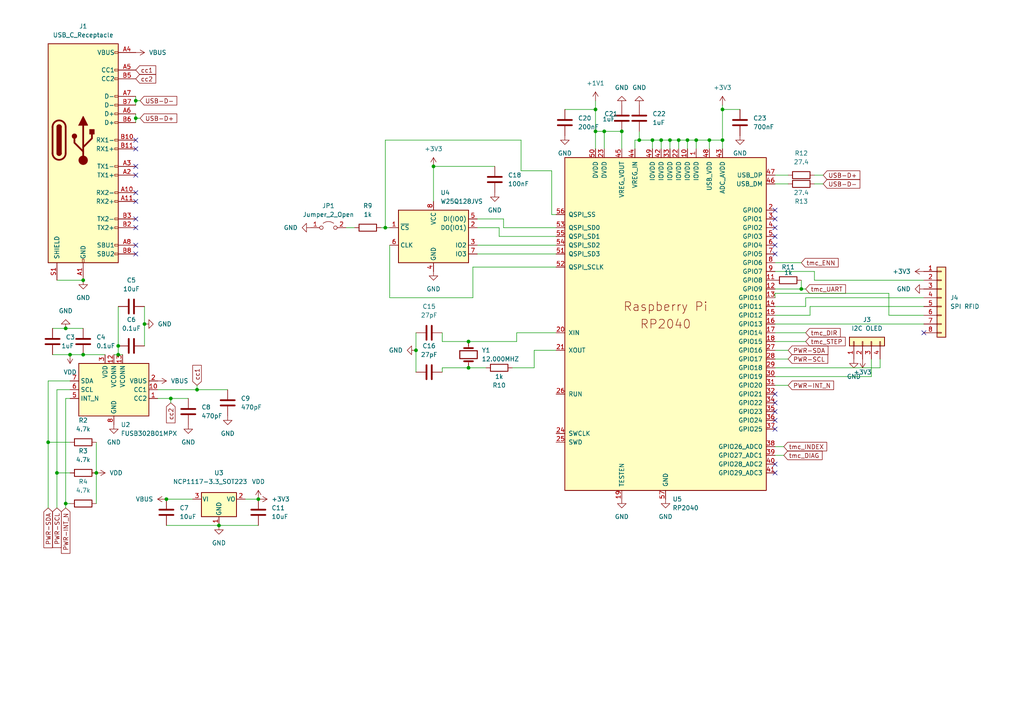
<source format=kicad_sch>
(kicad_sch (version 20211123) (generator eeschema)
  (paper "A4")
  (lib_symbols
    (symbol "Connector:USB_C_Receptacle" (pin_names (offset 1.016))
      (property "Reference" "J" (at -10.16 29.21 0))
      (property "Value" "USB_C_Receptacle" (at 10.16 29.21 0))
      (symbol "USB_C_Receptacle_1_1"
        (pin passive line (at 0 -40.64 90) (length 5.08) (name "GND") (number "A1"))
        (pin bidirectional line (at 15.24 -15.24 180) (length 5.08) (name "RX2-") (number "A10"))
        (pin bidirectional line (at 15.24 -17.78 180) (length 5.08) (name "RX2+") (number "A11"))
        (pin passive line (at 0 -40.64 90) (length 5.08) hide (name "GND") (number "A12"))
        (pin bidirectional line (at 15.24 -10.16 180) (length 5.08) (name "TX1+") (number "A2"))
        (pin bidirectional line (at 15.24 -7.62 180) (length 5.08) (name "TX1-") (number "A3"))
        (pin passive line (at 15.24 25.4 180) (length 5.08) (name "VBUS") (number "A4"))
        (pin bidirectional line (at 15.24 20.32 180) (length 5.08) (name "CC1") (number "A5"))
        (pin bidirectional line (at 15.24 7.62 180) (length 5.08) (name "D+") (number "A6"))
        (pin bidirectional line (at 15.24 12.7 180) (length 5.08) (name "D-") (number "A7"))
        (pin bidirectional line (at 15.24 -30.48 180) (length 5.08) (name "SBU1") (number "A8"))
        (pin passive line (at 15.24 25.4 180) (length 5.08) hide (name "VBUS") (number "A9"))
        (pin passive line (at 0 -40.64 90) (length 5.08) hide (name "GND") (number "B1"))
        (pin bidirectional line (at 15.24 0 180) (length 5.08) (name "RX1-") (number "B10"))
        (pin bidirectional line (at 15.24 -2.54 180) (length 5.08) (name "RX1+") (number "B11"))
        (pin passive line (at 0 -40.64 90) (length 5.08) hide (name "GND") (number "B12"))
        (pin bidirectional line (at 15.24 -25.4 180) (length 5.08) (name "TX2+") (number "B2"))
        (pin bidirectional line (at 15.24 -22.86 180) (length 5.08) (name "TX2-") (number "B3"))
        (pin passive line (at 15.24 25.4 180) (length 5.08) hide (name "VBUS") (number "B4"))
        (pin bidirectional line (at 15.24 17.78 180) (length 5.08) (name "CC2") (number "B5"))
        (pin bidirectional line (at 15.24 5.08 180) (length 5.08) (name "D+") (number "B6"))
        (pin bidirectional line (at 15.24 10.16 180) (length 5.08) (name "D-") (number "B7"))
        (pin bidirectional line (at 15.24 -33.02 180) (length 5.08) (name "SBU2") (number "B8"))
        (pin passive line (at 15.24 25.4 180) (length 5.08) hide (name "VBUS") (number "B9"))
        (pin passive line (at -7.62 -40.64 90) (length 5.08) (name "SHIELD") (number "S1"))
      )
    )
    (symbol "Connector_Generic:Conn_01x04" (pin_names (offset 1.016) hide)
      (property "Reference" "J" (at 0 5.08 0))
      (property "Value" "Conn_01x04" (at 0 -7.62 0))
      (symbol "Conn_01x04_1_1"
        (pin passive line (at -5.08 2.54 0) (length 3.81) (name "Pin_1") (number "1"))
        (pin passive line (at -5.08 0 0) (length 3.81) (name "Pin_2") (number "2"))
        (pin passive line (at -5.08 -2.54 0) (length 3.81) (name "Pin_3") (number "3"))
        (pin passive line (at -5.08 -5.08 0) (length 3.81) (name "Pin_4") (number "4"))
      )
    )
    (symbol "Connector_Generic:Conn_01x08" (pin_names (offset 1.016) hide)
      (property "Reference" "J" (at 0 10.16 0))
      (property "Value" "Conn_01x08" (at 0 -12.7 0))
      (symbol "Conn_01x08_1_1"
        (pin passive line (at -5.08 7.62 0) (length 3.81) (name "Pin_1") (number "1"))
        (pin passive line (at -5.08 5.08 0) (length 3.81) (name "Pin_2") (number "2"))
        (pin passive line (at -5.08 2.54 0) (length 3.81) (name "Pin_3") (number "3"))
        (pin passive line (at -5.08 0 0) (length 3.81) (name "Pin_4") (number "4"))
        (pin passive line (at -5.08 -2.54 0) (length 3.81) (name "Pin_5") (number "5"))
        (pin passive line (at -5.08 -5.08 0) (length 3.81) (name "Pin_6") (number "6"))
        (pin passive line (at -5.08 -7.62 0) (length 3.81) (name "Pin_7") (number "7"))
        (pin passive line (at -5.08 -10.16 0) (length 3.81) (name "Pin_8") (number "8"))
      )
    )
    (symbol "Device:C" (pin_numbers hide) (pin_names (offset 0.254))
      (property "Reference" "C" (at 0.635 2.54 0))
      (property "Value" "C" (at 0.635 -2.54 0))
      (symbol "C_1_1"
        (pin passive line (at 0 3.81 270) (length 2.794) (name "~") (number "1"))
        (pin passive line (at 0 -3.81 90) (length 2.794) (name "~") (number "2"))
      )
    )
    (symbol "Device:Crystal" (pin_numbers hide) (pin_names (offset 1.016) hide)
      (property "Reference" "Y" (at 0 3.81 0))
      (property "Value" "Crystal" (at 0 -3.81 0))
      (symbol "Crystal_1_1"
        (pin passive line (at -3.81 0 0) (length 1.27) (name "1") (number "1"))
        (pin passive line (at 3.81 0 180) (length 1.27) (name "2") (number "2"))
      )
    )
    (symbol "Device:R" (pin_numbers hide) (pin_names (offset 0))
      (property "Reference" "R" (at 2.032 0 90))
      (property "Value" "R" (at 0 0 90))
      (symbol "R_1_1"
        (pin passive line (at 0 3.81 270) (length 1.27) (name "~") (number "1"))
        (pin passive line (at 0 -3.81 90) (length 1.27) (name "~") (number "2"))
      )
    )
    (symbol "Interface_USB:FUSB302B01MPX"
      (property "Reference" "U" (at -10.16 8.89 0))
      (property "Value" "FUSB302B01MPX" (at 3.81 8.89 0))
      (symbol "FUSB302B01MPX_1_1"
        (pin bidirectional line (at 12.7 -2.54 180) (length 2.54) (name "CC2") (number "1"))
        (pin bidirectional line (at 12.7 0 180) (length 2.54) (name "CC1") (number "10"))
        (pin bidirectional line (at 12.7 0 180) (length 2.54) hide (name "CC1") (number "11"))
        (pin power_in line (at 0 10.16 270) (length 2.54) (name "VCONN") (number "12"))
        (pin power_in line (at 2.54 10.16 270) (length 2.54) (name "VCONN") (number "13"))
        (pin bidirectional line (at 12.7 -2.54 180) (length 2.54) hide (name "CC2") (number "14"))
        (pin passive line (at 0 -10.16 90) (length 2.54) hide (name "GND") (number "15"))
        (pin input line (at 12.7 2.54 180) (length 2.54) (name "VBUS") (number "2"))
        (pin power_in line (at -2.54 10.16 270) (length 2.54) (name "VDD") (number "3"))
        (pin passive line (at -2.54 10.16 270) (length 2.54) hide (name "VDD") (number "4"))
        (pin open_collector line (at -12.7 -2.54 0) (length 2.54) (name "INT_N") (number "5"))
        (pin input line (at -12.7 0 0) (length 2.54) (name "SCL") (number "6"))
        (pin bidirectional line (at -12.7 2.54 0) (length 2.54) (name "SDA") (number "7"))
        (pin power_in line (at 0 -10.16 90) (length 2.54) (name "GND") (number "8"))
        (pin passive line (at 0 -10.16 90) (length 2.54) hide (name "GND") (number "9"))
      )
    )
    (symbol "Jumper:Jumper_2_Open" (pin_names (offset 0) hide)
      (property "Reference" "JP" (at 0 2.794 0))
      (property "Value" "Jumper_2_Open" (at 0 -2.286 0))
      (symbol "Jumper_2_Open_1_1"
        (pin passive line (at -5.08 0 0) (length 2.54) (name "A") (number "1"))
        (pin passive line (at 5.08 0 180) (length 2.54) (name "B") (number "2"))
      )
    )
    (symbol "MCU_RaspberryPi_and_Boards:RP2040" (pin_names (offset 1.016))
      (property "Reference" "U" (at -29.21 49.53 0))
      (property "Value" "RP2040" (at 24.13 -49.53 0))
      (symbol "RP2040_0_0"
        (text "Raspberry Pi" (at 0 5.08 0) (effects (font (size 2.54 2.54))))
        (text "RP2040" (at 0 0 0) (effects (font (size 2.54 2.54))))
      )
      (symbol "RP2040_1_1"
        (pin power_in line (at 8.89 50.8 270) (length 2.54) (name "IOVDD") (number "1"))
        (pin power_in line (at 6.35 50.8 270) (length 2.54) (name "IOVDD") (number "10"))
        (pin bidirectional line (at 31.75 12.7 180) (length 2.54) (name "GPIO8") (number "11"))
        (pin bidirectional line (at 31.75 10.16 180) (length 2.54) (name "GPIO9") (number "12"))
        (pin bidirectional line (at 31.75 7.62 180) (length 2.54) (name "GPIO10") (number "13"))
        (pin bidirectional line (at 31.75 5.08 180) (length 2.54) (name "GPIO11") (number "14"))
        (pin bidirectional line (at 31.75 2.54 180) (length 2.54) (name "GPIO12") (number "15"))
        (pin bidirectional line (at 31.75 0 180) (length 2.54) (name "GPIO13") (number "16"))
        (pin bidirectional line (at 31.75 -2.54 180) (length 2.54) (name "GPIO14") (number "17"))
        (pin bidirectional line (at 31.75 -5.08 180) (length 2.54) (name "GPIO15") (number "18"))
        (pin passive line (at -12.7 -50.8 90) (length 2.54) (name "TESTEN") (number "19"))
        (pin bidirectional line (at 31.75 33.02 180) (length 2.54) (name "GPIO0") (number "2"))
        (pin input line (at -31.75 -2.54 0) (length 2.54) (name "XIN") (number "20"))
        (pin passive line (at -31.75 -7.62 0) (length 2.54) (name "XOUT") (number "21"))
        (pin power_in line (at 3.81 50.8 270) (length 2.54) (name "IOVDD") (number "22"))
        (pin power_in line (at -17.78 50.8 270) (length 2.54) (name "DVDD") (number "23"))
        (pin output line (at -31.75 -31.75 0) (length 2.54) (name "SWCLK") (number "24"))
        (pin bidirectional line (at -31.75 -34.29 0) (length 2.54) (name "SWD") (number "25"))
        (pin input line (at -31.75 -20.32 0) (length 2.54) (name "RUN") (number "26"))
        (pin bidirectional line (at 31.75 -7.62 180) (length 2.54) (name "GPIO16") (number "27"))
        (pin bidirectional line (at 31.75 -10.16 180) (length 2.54) (name "GPIO17") (number "28"))
        (pin bidirectional line (at 31.75 -12.7 180) (length 2.54) (name "GPIO18") (number "29"))
        (pin bidirectional line (at 31.75 30.48 180) (length 2.54) (name "GPIO1") (number "3"))
        (pin bidirectional line (at 31.75 -15.24 180) (length 2.54) (name "GPIO19") (number "30"))
        (pin bidirectional line (at 31.75 -17.78 180) (length 2.54) (name "GPIO20") (number "31"))
        (pin bidirectional line (at 31.75 -20.32 180) (length 2.54) (name "GPIO21") (number "32"))
        (pin power_in line (at 1.27 50.8 270) (length 2.54) (name "IOVDD") (number "33"))
        (pin bidirectional line (at 31.75 -22.86 180) (length 2.54) (name "GPIO22") (number "34"))
        (pin bidirectional line (at 31.75 -25.4 180) (length 2.54) (name "GPIO23") (number "35"))
        (pin bidirectional line (at 31.75 -27.94 180) (length 2.54) (name "GPIO24") (number "36"))
        (pin bidirectional line (at 31.75 -30.48 180) (length 2.54) (name "GPIO25") (number "37"))
        (pin bidirectional line (at 31.75 -35.56 180) (length 2.54) (name "GPIO26_ADC0") (number "38"))
        (pin bidirectional line (at 31.75 -38.1 180) (length 2.54) (name "GPIO27_ADC1") (number "39"))
        (pin bidirectional line (at 31.75 27.94 180) (length 2.54) (name "GPIO2") (number "4"))
        (pin bidirectional line (at 31.75 -40.64 180) (length 2.54) (name "GPIO28_ADC2") (number "40"))
        (pin bidirectional line (at 31.75 -43.18 180) (length 2.54) (name "GPIO29_ADC3") (number "41"))
        (pin power_in line (at -1.27 50.8 270) (length 2.54) (name "IOVDD") (number "42"))
        (pin power_in line (at 16.51 50.8 270) (length 2.54) (name "ADC_AVDD") (number "43"))
        (pin power_in line (at -8.89 50.8 270) (length 2.54) (name "VREG_IN") (number "44"))
        (pin power_out line (at -12.7 50.8 270) (length 2.54) (name "VREG_VOUT") (number "45"))
        (pin bidirectional line (at 31.75 40.64 180) (length 2.54) (name "USB_DM") (number "46"))
        (pin bidirectional line (at 31.75 43.18 180) (length 2.54) (name "USB_DP") (number "47"))
        (pin power_in line (at 12.7 50.8 270) (length 2.54) (name "USB_VDD") (number "48"))
        (pin power_in line (at -3.81 50.8 270) (length 2.54) (name "IOVDD") (number "49"))
        (pin bidirectional line (at 31.75 25.4 180) (length 2.54) (name "GPIO3") (number "5"))
        (pin power_in line (at -20.32 50.8 270) (length 2.54) (name "DVDD") (number "50"))
        (pin bidirectional line (at -31.75 20.32 0) (length 2.54) (name "QSPI_SD3") (number "51"))
        (pin output line (at -31.75 16.51 0) (length 2.54) (name "QSPI_SCLK") (number "52"))
        (pin bidirectional line (at -31.75 27.94 0) (length 2.54) (name "QSPI_SD0") (number "53"))
        (pin bidirectional line (at -31.75 22.86 0) (length 2.54) (name "QSPI_SD2") (number "54"))
        (pin bidirectional line (at -31.75 25.4 0) (length 2.54) (name "QSPI_SD1") (number "55"))
        (pin bidirectional line (at -31.75 31.75 0) (length 2.54) (name "QSPI_SS") (number "56"))
        (pin power_in line (at 0 -50.8 90) (length 2.54) (name "GND") (number "57"))
        (pin bidirectional line (at 31.75 22.86 180) (length 2.54) (name "GPIO4") (number "6"))
        (pin bidirectional line (at 31.75 20.32 180) (length 2.54) (name "GPIO5") (number "7"))
        (pin bidirectional line (at 31.75 17.78 180) (length 2.54) (name "GPIO6") (number "8"))
        (pin bidirectional line (at 31.75 15.24 180) (length 2.54) (name "GPIO7") (number "9"))
      )
    )
    (symbol "Memory_Flash:W25Q128JVS"
      (property "Reference" "U" (at -8.89 8.89 0))
      (property "Value" "W25Q128JVS" (at 7.62 8.89 0))
      (symbol "W25Q128JVS_1_1"
        (pin input line (at -12.7 2.54 0) (length 2.54) (name "~{CS}") (number "1"))
        (pin bidirectional line (at 12.7 2.54 180) (length 2.54) (name "DO(IO1)") (number "2"))
        (pin bidirectional line (at 12.7 -2.54 180) (length 2.54) (name "IO2") (number "3"))
        (pin power_in line (at 0 -10.16 90) (length 2.54) (name "GND") (number "4"))
        (pin bidirectional line (at 12.7 5.08 180) (length 2.54) (name "DI(IO0)") (number "5"))
        (pin input line (at -12.7 -2.54 0) (length 2.54) (name "CLK") (number "6"))
        (pin bidirectional line (at 12.7 -5.08 180) (length 2.54) (name "IO3") (number "7"))
        (pin power_in line (at 0 10.16 270) (length 2.54) (name "VCC") (number "8"))
      )
    )
    (symbol "Regulator_Linear:NCP1117-3.3_SOT223" (pin_names (offset 0.254))
      (property "Reference" "U" (at -3.81 3.175 0))
      (property "Value" "NCP1117-3.3_SOT223" (at 0 3.175 0))
      (symbol "NCP1117-3.3_SOT223_1_1"
        (pin power_in line (at 0 -7.62 90) (length 2.54) (name "GND") (number "1"))
        (pin power_out line (at 7.62 0 180) (length 2.54) (name "VO") (number "2"))
        (pin power_in line (at -7.62 0 0) (length 2.54) (name "VI") (number "3"))
      )
    )
    (symbol "power:+1V1" (power) (pin_names (offset 0))
      (property "Value" "+1V1" (at 0 3.556 0))
      (symbol "+1V1_1_1"
        (pin power_in line (at 0 0 90) (length 0) hide (name "+1V1") (number "1"))
      )
    )
    (symbol "power:+3.3V" (power) (pin_names (offset 0))
      (property "Value" "+3.3V" (at 0 3.556 0))
      (symbol "+3.3V_1_1"
        (pin power_in line (at 0 0 90) (length 0) hide (name "+3V3") (number "1"))
      )
    )
    (symbol "power:GND" (power) (pin_names (offset 0))
      (property "Value" "GND" (at 0 -3.81 0))
      (symbol "GND_1_1"
        (pin power_in line (at 0 0 270) (length 0) hide (name "GND") (number "1"))
      )
    )
    (symbol "power:VBUS" (power) (pin_names (offset 0))
      (property "Value" "VBUS" (at 0 3.81 0))
      (symbol "VBUS_1_1"
        (pin power_in line (at 0 0 90) (length 0) hide (name "VBUS") (number "1"))
      )
    )
    (symbol "power:VDD" (power) (pin_names (offset 0))
      (property "Value" "VDD" (at 0 3.81 0))
      (symbol "VDD_1_1"
        (pin power_in line (at 0 0 90) (length 0) hide (name "VDD") (number "1"))
      )
    )
    (symbol "tmc2209:TMC2209" (pin_names (offset 0.254))
      (property "Reference" "U" (at 25.4 10.16 0))
      (property "Value" "TMC2209" (at 25.4 7.62 0))
      (symbol "TMC2209_1_1"
        (pin output line (at 0 0 0) (length 7.62) (name "OB2") (number "1"))
        (pin input line (at 0 -22.86 0) (length 7.62) (name "MS2_AD1") (number "10"))
        (pin output line (at 0 -25.4 0) (length 7.62) (name "DIAG") (number "11"))
        (pin output line (at 0 -27.94 0) (length 7.62) (name "INDEX") (number "12"))
        (pin input line (at 0 -30.48 0) (length 7.62) (name "CLK") (number "13"))
        (pin bidirectional line (at 0 -33.02 0) (length 7.62) (name "PDN_UART") (number "14"))
        (pin power_in line (at 50.8 -35.56 180) (length 7.62) (name "VCC_IO") (number "15"))
        (pin input line (at 50.8 -33.02 180) (length 7.62) (name "STEP") (number "16"))
        (pin unspecified line (at 50.8 -30.48 180) (length 7.62) (name "VREF") (number "17"))
        (pin input line (at 50.8 -27.94 180) (length 7.62) (name "GND") (number "18"))
        (pin input line (at 50.8 -25.4 180) (length 7.62) (name "DIR") (number "19"))
        (pin input line (at 0 -2.54 0) (length 7.62) (name "ENN") (number "2"))
        (pin power_in line (at 50.8 -22.86 180) (length 7.62) (name "STDBY") (number "20"))
        (pin output line (at 50.8 -20.32 180) (length 7.62) (name "OA2") (number "21"))
        (pin power_in line (at 50.8 -17.78 180) (length 7.62) (name "VS") (number "22"))
        (pin unspecified line (at 50.8 -15.24 180) (length 7.62) (name "BRA") (number "23"))
        (pin output line (at 50.8 -12.7 180) (length 7.62) (name "OA1") (number "24"))
        (pin no_connect line (at 50.8 -10.16 180) (length 7.62) (name "NC") (number "25"))
        (pin output line (at 50.8 -7.62 180) (length 7.62) (name "OB1") (number "26"))
        (pin unspecified line (at 50.8 -5.08 180) (length 7.62) (name "BRB") (number "27"))
        (pin power_in line (at 50.8 -2.54 180) (length 7.62) (name "VS") (number "28"))
        (pin power_in line (at 50.8 0 180) (length 7.62) (name "GND") (number "29"))
        (pin power_in line (at 0 -5.08 0) (length 7.62) (name "GND") (number "3"))
        (pin output line (at 0 -7.62 0) (length 7.62) (name "CPO") (number "4"))
        (pin input line (at 0 -10.16 0) (length 7.62) (name "CPI") (number "5"))
        (pin power_in line (at 0 -12.7 0) (length 7.62) (name "VCP") (number "6"))
        (pin input line (at 0 -15.24 0) (length 7.62) (name "SPREAD") (number "7"))
        (pin output line (at 0 -17.78 0) (length 7.62) (name "5VOUT") (number "8"))
        (pin input line (at 0 -20.32 0) (length 7.62) (name "MS1_AD0") (number "9"))
      )
    )
  )
  (junction (at 19.05 95.25))
  (junction (at 135.89 106.68))
  (junction (at 39.37 29.21))
  (junction (at 13.97 128.27))
  (junction (at 76.2 254))
  (junction (at 209.55 40.64))
  (junction (at 196.85 40.64))
  (junction (at 24.13 102.87))
  (junction (at 191.77 40.64))
  (junction (at 232.41 83.82))
  (junction (at 189.23 40.64))
  (junction (at 39.37 34.29))
  (junction (at 199.39 40.64))
  (junction (at 194.31 40.64))
  (junction (at 20.32 102.87))
  (junction (at 34.29 100.33))
  (junction (at 80.01 274.32))
  (junction (at 34.29 102.87))
  (junction (at 135.89 99.06))
  (junction (at 175.26 38.1))
  (junction (at 24.13 81.28))
  (junction (at 209.55 31.75))
  (junction (at 185.42 40.64))
  (junction (at 64.77 292.1))
  (junction (at -6.35 246.38))
  (junction (at 49.53 115.57))
  (junction (at 41.91 93.98))
  (junction (at 74.93 144.78))
  (junction (at 205.74 40.64))
  (junction (at 99.06 254))
  (junction (at 48.26 144.78))
  (junction (at 27.94 137.16))
  (junction (at 180.34 38.1))
  (junction (at 16.51 137.16))
  (junction (at 63.5 152.4))
  (junction (at 57.15 113.03))
  (junction (at 201.93 40.64))
  (junction (at 172.72 38.1))
  (junction (at 120.65 101.6))
  (junction (at 125.73 48.26))
  (junction (at 19.05 146.05))
  (junction (at 172.72 31.75))
  (junction (at 111.76 66.04))
  (no_connect (at 224.79 73.66))
  (no_connect (at 224.79 116.84))
  (no_connect (at 224.79 114.3))
  (no_connect (at 224.79 137.16))
  (no_connect (at 224.79 119.38))
  (no_connect (at 224.79 121.92))
  (no_connect (at 224.79 124.46))
  (no_connect (at 224.79 134.62))
  (no_connect (at 224.79 60.96))
  (no_connect (at 224.79 63.5))
  (no_connect (at 224.79 66.04))
  (no_connect (at 224.79 68.58))
  (no_connect (at 224.79 71.12))
  (no_connect (at 39.37 73.66))
  (no_connect (at 39.37 71.12))
  (no_connect (at 13.97 259.08))
  (no_connect (at 39.37 66.04))
  (no_connect (at 39.37 63.5))
  (no_connect (at 39.37 58.42))
  (no_connect (at 39.37 55.88))
  (no_connect (at 39.37 50.8))
  (no_connect (at 39.37 48.26))
  (no_connect (at 39.37 43.18))
  (no_connect (at 39.37 40.64))
  (no_connect (at 267.97 96.52))
  (wire (pts (xy 13.97 213.36) (xy 48.26 213.36)))
  (wire (pts (xy 146.05 63.5) (xy 138.43 63.5)))
  (wire (pts (xy 0 234.95) (xy 0 256.54)))
  (wire (pts (xy 64.77 261.62) (xy 76.2 261.62)))
  (wire (pts (xy 39.37 229.87) (xy 39.37 227.33)))
  (wire (pts (xy 205.74 40.64) (xy 205.74 43.18)))
  (wire (pts (xy 73.66 254) (xy 76.2 254)))
  (wire (pts (xy 224.79 132.08) (xy 227.33 132.08)))
  (wire (pts (xy 149.86 96.52) (xy 161.29 96.52)))
  (wire (pts (xy 20.32 113.03) (xy 16.51 113.03)))
  (wire (pts (xy 257.81 85.09) (xy 224.79 85.09)))
  (wire (pts (xy 185.42 40.64) (xy 185.42 38.1)))
  (wire (pts (xy 8.89 259.08) (xy 11.43 259.08)))
  (wire (pts (xy 267.97 91.44) (xy 257.81 91.44)))
  (wire (pts (xy 234.95 91.44) (xy 224.79 91.44)))
  (wire (pts (xy 39.37 27.94) (xy 39.37 29.21)))
  (wire (pts (xy 163.83 31.75) (xy 172.72 31.75)))
  (wire (pts (xy 72.39 229.87) (xy 39.37 229.87)))
  (wire (pts (xy 0 256.54) (xy 13.97 256.54)))
  (wire (pts (xy 64.77 251.46) (xy 71.12 251.46)))
  (wire (pts (xy 128.27 107.95) (xy 128.27 106.68)))
  (wire (pts (xy 71.12 251.46) (xy 71.12 231.14)))
  (wire (pts (xy 33.02 102.87) (xy 34.29 102.87)))
  (wire (pts (xy 73.66 246.38) (xy 64.77 246.38)))
  (wire (pts (xy 99.06 246.38) (xy 99.06 234.95)))
  (wire (pts (xy 144.78 68.58) (xy 161.29 68.58)))
  (wire (pts (xy 15.24 95.25) (xy 19.05 95.25)))
  (wire (pts (xy 24.13 102.87) (xy 30.48 102.87)))
  (wire (pts (xy 48.26 144.78) (xy 55.88 144.78)))
  (wire (pts (xy 16.51 113.03) (xy 16.51 137.16)))
  (wire (pts (xy 185.42 40.64) (xy 189.23 40.64)))
  (wire (pts (xy 233.68 86.36) (xy 233.68 88.9)))
  (wire (pts (xy 48.26 227.33) (xy 44.45 227.33)))
  (wire (pts (xy 189.23 40.64) (xy 191.77 40.64)))
  (wire (pts (xy 252.73 104.14) (xy 252.73 109.22)))
  (wire (pts (xy 224.79 96.52) (xy 233.68 96.52)))
  (wire (pts (xy 13.97 128.27) (xy 13.97 147.32)))
  (wire (pts (xy 267.97 81.28) (xy 236.22 81.28)))
  (wire (pts (xy 41.91 228.6) (xy 41.91 227.33)))
  (wire (pts (xy 74.93 264.16) (xy 74.93 228.6)))
  (wire (pts (xy 224.79 104.14) (xy 228.6 104.14)))
  (wire (pts (xy 175.26 38.1) (xy 172.72 38.1)))
  (wire (pts (xy 146.05 66.04) (xy 146.05 63.5)))
  (wire (pts (xy 255.27 106.68) (xy 255.27 104.14)))
  (wire (pts (xy 224.79 101.6) (xy 228.6 101.6)))
  (wire (pts (xy 72.39 256.54) (xy 72.39 229.87)))
  (wire (pts (xy 201.93 40.64) (xy 201.93 43.18)))
  (wire (pts (xy 160.02 62.23) (xy 161.29 62.23)))
  (wire (pts (xy 20.32 102.87) (xy 24.13 102.87)))
  (wire (pts (xy 120.65 101.6) (xy 120.65 107.95)))
  (wire (pts (xy 224.79 76.2) (xy 232.41 76.2)))
  (wire (pts (xy 148.59 106.68) (xy 154.94 106.68)))
  (wire (pts (xy 135.89 99.06) (xy 128.27 99.06)))
  (wire (pts (xy 34.29 100.33) (xy 34.29 102.87)))
  (wire (pts (xy 19.05 95.25) (xy 24.13 95.25)))
  (wire (pts (xy 135.89 99.06) (xy 149.86 99.06)))
  (wire (pts (xy 64.77 279.4) (xy 64.77 292.1)))
  (wire (pts (xy 224.79 50.8) (xy 228.6 50.8)))
  (wire (pts (xy 252.73 109.22) (xy 224.79 109.22)))
  (wire (pts (xy 20.32 110.49) (xy 13.97 110.49)))
  (wire (pts (xy 36.83 231.14) (xy 36.83 227.33)))
  (wire (pts (xy 224.79 111.76) (xy 228.6 111.76)))
  (wire (pts (xy 194.31 40.64) (xy 196.85 40.64)))
  (wire (pts (xy -6.35 245.11) (xy -6.35 246.38)))
  (wire (pts (xy 16.51 137.16) (xy 20.32 137.16)))
  (wire (pts (xy 199.39 40.64) (xy 201.93 40.64)))
  (wire (pts (xy 13.97 110.49) (xy 13.97 128.27)))
  (wire (pts (xy 172.72 38.1) (xy 172.72 43.18)))
  (wire (pts (xy 113.03 86.36) (xy 113.03 71.12)))
  (wire (pts (xy 11.43 259.08) (xy 11.43 254)))
  (wire (pts (xy 57.15 111.76) (xy 57.15 113.03)))
  (wire (pts (xy 196.85 40.64) (xy 196.85 43.18)))
  (wire (pts (xy 234.95 88.9) (xy 234.95 91.44)))
  (wire (pts (xy 64.77 292.1) (xy 64.77 295.91)))
  (wire (pts (xy 236.22 81.28) (xy 236.22 78.74)))
  (wire (pts (xy 205.74 40.64) (xy 209.55 40.64)))
  (wire (pts (xy 160.02 49.53) (xy 160.02 62.23)))
  (wire (pts (xy 39.37 33.02) (xy 39.37 34.29)))
  (wire (pts (xy 224.79 129.54) (xy 227.33 129.54)))
  (wire (pts (xy 154.94 101.6) (xy 161.29 101.6)))
  (wire (pts (xy 45.72 115.57) (xy 49.53 115.57)))
  (wire (pts (xy 48.26 213.36) (xy 48.26 227.33)))
  (wire (pts (xy 19.05 146.05) (xy 20.32 146.05)))
  (wire (pts (xy 16.51 137.16) (xy 16.51 147.32)))
  (wire (pts (xy 19.05 115.57) (xy 20.32 115.57)))
  (wire (pts (xy 73.66 254) (xy 73.66 246.38)))
  (wire (pts (xy 149.86 99.06) (xy 149.86 96.52)))
  (wire (pts (xy 128.27 106.68) (xy 135.89 106.68)))
  (wire (pts (xy 137.16 86.36) (xy 113.03 86.36)))
  (wire (pts (xy 224.79 106.68) (xy 255.27 106.68)))
  (wire (pts (xy 19.05 146.05) (xy 19.05 147.32)))
  (wire (pts (xy 100.33 66.04) (xy 102.87 66.04)))
  (wire (pts (xy 236.22 50.8) (xy 238.76 50.8)))
  (wire (pts (xy 209.55 40.64) (xy 209.55 43.18)))
  (wire (pts (xy 76.2 261.62) (xy 76.2 254)))
  (wire (pts (xy 175.26 38.1) (xy 175.26 43.18)))
  (wire (pts (xy 63.5 152.4) (xy 74.93 152.4)))
  (wire (pts (xy 161.29 66.04) (xy 146.05 66.04)))
  (wire (pts (xy 172.72 29.21) (xy 172.72 31.75)))
  (wire (pts (xy 196.85 40.64) (xy 199.39 40.64)))
  (wire (pts (xy 15.24 102.87) (xy 20.32 102.87)))
  (wire (pts (xy 138.43 66.04) (xy 144.78 66.04)))
  (wire (pts (xy 13.97 243.84) (xy 13.97 213.36)))
  (wire (pts (xy 138.43 73.66) (xy 161.29 73.66)))
  (wire (pts (xy 71.12 231.14) (xy 36.83 231.14)))
  (wire (pts (xy 209.55 30.48) (xy 209.55 31.75)))
  (wire (pts (xy 27.94 137.16) (xy 27.94 146.05)))
  (wire (pts (xy 57.15 113.03) (xy 66.04 113.03)))
  (wire (pts (xy 34.29 88.9) (xy 34.29 100.33)))
  (wire (pts (xy 8.89 251.46) (xy 13.97 251.46)))
  (wire (pts (xy 236.22 53.34) (xy 238.76 53.34)))
  (wire (pts (xy 184.15 43.18) (xy 184.15 40.64)))
  (wire (pts (xy 76.2 254) (xy 99.06 254)))
  (wire (pts (xy 64.77 274.32) (xy 80.01 274.32)))
  (wire (pts (xy 180.34 43.18) (xy 180.34 38.1)))
  (wire (pts (xy 224.79 83.82) (xy 232.41 83.82)))
  (wire (pts (xy 39.37 29.21) (xy 39.37 30.48)))
  (wire (pts (xy 209.55 31.75) (xy 214.63 31.75)))
  (wire (pts (xy 138.43 71.12) (xy 161.29 71.12)))
  (wire (pts (xy 39.37 34.29) (xy 40.64 34.29)))
  (wire (pts (xy 135.89 106.68) (xy 140.97 106.68)))
  (wire (pts (xy 137.16 77.47) (xy 137.16 86.36)))
  (wire (pts (xy 191.77 40.64) (xy 191.77 43.18)))
  (wire (pts (xy 74.93 228.6) (xy 41.91 228.6)))
  (wire (pts (xy 13.97 128.27) (xy 20.32 128.27)))
  (wire (pts (xy 209.55 31.75) (xy 209.55 40.64)))
  (wire (pts (xy 16.51 81.28) (xy 24.13 81.28)))
  (wire (pts (xy 41.91 93.98) (xy 41.91 100.33)))
  (wire (pts (xy 99.06 234.95) (xy 0 234.95)))
  (wire (pts (xy 125.73 48.26) (xy 125.73 58.42)))
  (wire (pts (xy 39.37 29.21) (xy 40.64 29.21)))
  (wire (pts (xy 224.79 99.06) (xy 233.68 99.06)))
  (wire (pts (xy 34.29 102.87) (xy 35.56 102.87)))
  (wire (pts (xy 151.13 40.64) (xy 151.13 49.53)))
  (wire (pts (xy 224.79 53.34) (xy 228.6 53.34)))
  (wire (pts (xy 110.49 66.04) (xy 111.76 66.04)))
  (wire (pts (xy 128.27 99.06) (xy 128.27 96.52)))
  (wire (pts (xy 111.76 40.64) (xy 151.13 40.64)))
  (wire (pts (xy -1.27 261.62) (xy 13.97 261.62)))
  (wire (pts (xy -6.35 246.38) (xy 13.97 246.38)))
  (wire (pts (xy 201.93 40.64) (xy 205.74 40.64)))
  (wire (pts (xy 125.73 48.26) (xy 143.51 48.26)))
  (wire (pts (xy 189.23 40.64) (xy 189.23 43.18)))
  (wire (pts (xy 233.68 88.9) (xy 224.79 88.9)))
  (wire (pts (xy 224.79 85.09) (xy 224.79 86.36)))
  (wire (pts (xy 267.97 86.36) (xy 233.68 86.36)))
  (wire (pts (xy 27.94 128.27) (xy 27.94 137.16)))
  (wire (pts (xy 151.13 49.53) (xy 160.02 49.53)))
  (wire (pts (xy 184.15 40.64) (xy 185.42 40.64)))
  (wire (pts (xy 194.31 40.64) (xy 194.31 43.18)))
  (wire (pts (xy 111.76 40.64) (xy 111.76 66.04)))
  (wire (pts (xy 41.91 88.9) (xy 41.91 93.98)))
  (wire (pts (xy 224.79 93.98) (xy 267.97 93.98)))
  (wire (pts (xy 64.77 248.92) (xy 76.2 248.92)))
  (wire (pts (xy 48.26 152.4) (xy 63.5 152.4)))
  (wire (pts (xy 120.65 96.52) (xy 120.65 101.6)))
  (wire (pts (xy 154.94 106.68) (xy 154.94 101.6)))
  (wire (pts (xy 111.76 66.04) (xy 113.03 66.04)))
  (wire (pts (xy 64.77 256.54) (xy 72.39 256.54)))
  (wire (pts (xy 161.29 77.47) (xy 137.16 77.47)))
  (wire (pts (xy -7.62 246.38) (xy -6.35 246.38)))
  (wire (pts (xy 45.72 113.03) (xy 57.15 113.03)))
  (wire (pts (xy 257.81 91.44) (xy 257.81 85.09)))
  (wire (pts (xy 172.72 31.75) (xy 172.72 38.1)))
  (wire (pts (xy 49.53 115.57) (xy 49.53 116.84)))
  (wire (pts (xy 232.41 81.28) (xy 232.41 83.82)))
  (wire (pts (xy 49.53 115.57) (xy 54.61 115.57)))
  (wire (pts (xy 19.05 115.57) (xy 19.05 146.05)))
  (wire (pts (xy 71.12 144.78) (xy 74.93 144.78)))
  (wire (pts (xy 64.77 264.16) (xy 74.93 264.16)))
  (wire (pts (xy 232.41 83.82) (xy 233.68 83.82)))
  (wire (pts (xy 180.34 38.1) (xy 175.26 38.1)))
  (wire (pts (xy 191.77 40.64) (xy 194.31 40.64)))
  (wire (pts (xy 144.78 66.04) (xy 144.78 68.58)))
  (wire (pts (xy 267.97 88.9) (xy 234.95 88.9)))
  (wire (pts (xy 39.37 34.29) (xy 39.37 35.56)))
  (wire (pts (xy 236.22 78.74) (xy 224.79 78.74)))
  (wire (pts (xy 11.43 254) (xy 13.97 254)))
  (wire (pts (xy 199.39 40.64) (xy 199.39 43.18)))
  (wire (pts (xy 99.06 254) (xy 125.73 254)))
  (text "Alt Value: 3.7k or 4k" (at 86.36 278.13 0) (effects (font (size 1.27 1.27)) (justify left bottom)))
  (global_label "PWR-INT_N" (shape input) (at 228.6 111.76 0) (property "Intersheet References" "${INTERSHEET_REFS}" (effects hide)))
  (global_label "PWR-SDA" (shape input) (at 13.97 147.32 270) (property "Intersheet References" "${INTERSHEET_REFS}" (effects hide)))
  (global_label "tmc_ENN" (shape input) (at 232.41 76.2 0) (property "Intersheet References" "${INTERSHEET_REFS}" (effects hide)))
  (global_label "tmc_UART" (shape input) (at 233.68 83.82 0) (property "Intersheet References" "${INTERSHEET_REFS}" (effects hide)))
  (global_label "PWR-SCL" (shape input) (at 16.51 147.32 270) (property "Intersheet References" "${INTERSHEET_REFS}" (effects hide)))
  (global_label "USB-D+" (shape input) (at 40.64 34.29 0) (property "Intersheet References" "${INTERSHEET_REFS}" (effects hide)))
  (global_label "PWR-INT_N" (shape input) (at 19.05 147.32 270) (property "Intersheet References" "${INTERSHEET_REFS}" (effects hide)))
  (global_label "tmc_STEP" (shape input) (at 64.77 276.86 0) (property "Intersheet References" "${INTERSHEET_REFS}" (effects hide)))
  (global_label "tmc_DIAG" (shape input) (at 13.97 269.24 180) (property "Intersheet References" "${INTERSHEET_REFS}" (effects hide)))
  (global_label "USB-D-" (shape input) (at 40.64 29.21 0) (property "Intersheet References" "${INTERSHEET_REFS}" (effects hide)))
  (global_label "PWR-SDA" (shape input) (at 228.6 101.6 0) (property "Intersheet References" "${INTERSHEET_REFS}" (effects hide)))
  (global_label "cc1" (shape input) (at 57.15 111.76 90) (property "Intersheet References" "${INTERSHEET_REFS}" (effects hide)))
  (global_label "cc2" (shape input) (at 49.53 116.84 270) (property "Intersheet References" "${INTERSHEET_REFS}" (effects hide)))
  (global_label "tmc_DIR" (shape input) (at 64.77 269.24 0) (property "Intersheet References" "${INTERSHEET_REFS}" (effects hide)))
  (global_label "tmc_DIR" (shape input) (at 233.68 96.52 0) (property "Intersheet References" "${INTERSHEET_REFS}" (effects hide)))
  (global_label "tmc_DIAG" (shape input) (at 227.33 132.08 0) (property "Intersheet References" "${INTERSHEET_REFS}" (effects hide)))
  (global_label "tmc_INDEX" (shape input) (at 13.97 271.78 180) (property "Intersheet References" "${INTERSHEET_REFS}" (effects hide)))
  (global_label "tmc_INDEX" (shape input) (at 227.33 129.54 0) (property "Intersheet References" "${INTERSHEET_REFS}" (effects hide)))
  (global_label "USB-D-" (shape input) (at 238.76 53.34 0) (property "Intersheet References" "${INTERSHEET_REFS}" (effects hide)))
  (global_label "PWR-SCL" (shape input) (at 228.6 104.14 0) (property "Intersheet References" "${INTERSHEET_REFS}" (effects hide)))
  (global_label "cc2" (shape input) (at 39.37 22.86 0) (property "Intersheet References" "${INTERSHEET_REFS}" (effects hide)))
  (global_label "USB-D+" (shape input) (at 238.76 50.8 0) (property "Intersheet References" "${INTERSHEET_REFS}" (effects hide)))
  (global_label "cc1" (shape input) (at 39.37 20.32 0) (property "Intersheet References" "${INTERSHEET_REFS}" (effects hide)))
  (global_label "tmc_ENN" (shape input) (at -6.35 245.11 90) (property "Intersheet References" "${INTERSHEET_REFS}" (effects hide)))
  (global_label "tmc_UART" (shape input) (at 13.97 276.86 180) (property "Intersheet References" "${INTERSHEET_REFS}" (effects hide)))
  (global_label "tmc_STEP" (shape input) (at 233.68 99.06 0) (property "Intersheet References" "${INTERSHEET_REFS}" (effects hide)))
  (symbol (lib_id "power:GND") (at 163.83 39.37 0) (unit 1)
    (property "Reference" "#PWR01" (effects hide))
    (property "Value" "GND" (at 163.83 44.45 0))
  )
  (symbol (lib_id "power:+3.3V") (at 64.77 295.91 270) (unit 1)
    (property "Reference" "#PWR0134" (effects hide))
    (property "Value" "+3.3V" (at 68.58 295.9099 90) (effects (justify left)))
  )
  (symbol (lib_id "power:+3.3V") (at 125.73 48.26 0) (unit 1)
    (property "Reference" "#PWR0140" (effects hide))
    (property "Value" "+3.3V" (at 125.73 43.18 0))
  )
  (symbol (lib_id "power:GND") (at 24.13 81.28 0) (unit 1)
    (property "Reference" "#PWR0101" (effects hide))
    (property "Value" "GND" (at 24.13 86.36 0))
  )
  (symbol (lib_id "power:VDD") (at 20.32 102.87 180) (unit 1)
    (property "Reference" "#PWR0103" (effects hide))
    (property "Value" "VDD" (at 20.32 107.95 0))
  )
  (symbol (lib_id "Device:R") (at 80.01 278.13 180) (unit 1)
    (property "Reference" "R8" (at 82.55 276.8599 0) (effects (justify right)))
    (property "Value" "4.4k" (at 82.55 279.3999 0) (effects (justify right)))
    (property "Footprint" "Resistor_SMD:R_0603_1608Metric_Pad0.98x0.95mm_HandSolder" (effects hide))
  )
  (symbol (lib_id "Device:R") (at 24.13 128.27 90) (unit 1)
    (property "Reference" "R2" (at 24.13 121.92 90))
    (property "Value" "4.7k" (at 24.13 124.46 90))
    (property "Footprint" "Resistor_SMD:R_0603_1608Metric_Pad0.98x0.95mm_HandSolder" (effects hide))
  )
  (symbol (lib_id "tmc2209:TMC2209") (at 13.97 243.84 0) (unit 1)
    (property "Reference" "U1" (at 39.37 232.41 0) (effects (font (size 1.524 1.524))))
    (property "Value" "TMC2209" (at 39.37 236.22 0) (effects (font (size 1.524 1.524))))
    (property "Footprint" "tmc2209:TMC2209" (effects hide))
  )
  (symbol (lib_id "power:GND") (at -8.89 261.62 270) (unit 1)
    (property "Reference" "#PWR0123" (effects hide))
    (property "Value" "GND" (at -11.43 261.6199 90) (effects (justify right)))
  )
  (symbol (lib_id "Device:C") (at 68.58 292.1 90) (unit 1)
    (property "Reference" "C10" (at 68.58 284.48 90))
    (property "Value" "100nF" (at 68.58 287.02 90))
    (property "Footprint" "Capacitor_SMD:C_0603_1608Metric_Pad1.08x0.95mm_HandSolder" (effects hide))
  )
  (symbol (lib_id "Device:R") (at 232.41 53.34 90) (unit 1)
    (property "Reference" "R13" (at 232.41 58.42 90))
    (property "Value" "27.4" (at 232.41 55.88 90))
    (property "Footprint" "Resistor_SMD:R_0603_1608Metric_Pad0.98x0.95mm_HandSolder" (effects hide))
  )
  (symbol (lib_id "power:+3.3V") (at 80.01 266.7 0) (unit 1)
    (property "Reference" "#PWR0126" (effects hide))
    (property "Value" "+3.3V" (at 80.01 261.62 0))
  )
  (symbol (lib_id "power:GND") (at 247.65 104.14 0) (unit 1)
    (property "Reference" "#PWR0150" (effects hide))
    (property "Value" "GND" (at 247.65 109.22 0))
  )
  (symbol (lib_id "Device:C") (at 24.13 99.06 0) (unit 1)
    (property "Reference" "C4" (at 27.94 97.7899 0) (effects (justify left)))
    (property "Value" "0.1uF" (at 27.94 100.3299 0) (effects (justify left)))
    (property "Footprint" "Capacitor_SMD:C_0603_1608Metric_Pad1.08x0.95mm_HandSolder" (effects hide))
  )
  (symbol (lib_id "power:VBUS") (at 39.37 15.24 270) (unit 1)
    (property "Reference" "#PWR0108" (effects hide))
    (property "Value" "VBUS" (at 43.18 15.2399 90) (effects (justify left)))
  )
  (symbol (lib_id "power:VDD") (at 74.93 144.78 0) (unit 1)
    (property "Reference" "#PWR0110" (effects hide))
    (property "Value" "VDD" (at 74.93 139.7 0))
  )
  (symbol (lib_id "power:+1V1") (at 172.72 29.21 0) (unit 1)
    (property "Reference" "#PWR0144" (effects hide))
    (property "Value" "+1V1" (at 172.72 24.13 0))
  )
  (symbol (lib_id "Device:C") (at 74.93 148.59 0) (unit 1)
    (property "Reference" "C11" (at 78.74 147.3199 0) (effects (justify left)))
    (property "Value" "10uF" (at 78.74 149.8599 0) (effects (justify left)))
    (property "Footprint" "Capacitor_SMD:C_0603_1608Metric_Pad1.08x0.95mm_HandSolder" (effects hide))
  )
  (symbol (lib_id "Device:R") (at 106.68 66.04 90) (unit 1)
    (property "Reference" "R9" (at 106.68 59.69 90))
    (property "Value" "1k" (at 106.68 62.23 90))
    (property "Footprint" "Resistor_SMD:R_0603_1608Metric_Pad0.98x0.95mm_HandSolder" (effects hide))
  )
  (symbol (lib_id "Device:R") (at 24.13 146.05 90) (unit 1)
    (property "Reference" "R4" (at 24.13 139.7 90))
    (property "Value" "4.7k" (at 24.13 142.24 90))
    (property "Footprint" "Resistor_SMD:R_0603_1608Metric_Pad0.98x0.95mm_HandSolder" (effects hide))
  )
  (symbol (lib_id "power:GND") (at 80.01 281.94 0) (unit 1)
    (property "Reference" "#PWR0133" (effects hide))
    (property "Value" "GND" (at 80.01 287.02 0))
  )
  (symbol (lib_id "Device:C") (at 143.51 52.07 0) (unit 1)
    (property "Reference" "C18" (at 147.32 50.7999 0) (effects (justify left)))
    (property "Value" "100nF" (at 147.32 53.3399 0) (effects (justify left)))
    (property "Footprint" "Capacitor_SMD:C_0603_1608Metric_Pad1.08x0.95mm_HandSolder" (effects hide))
  )
  (symbol (lib_id "power:VBUS") (at 125.73 254 0) (unit 1)
    (property "Reference" "#PWR0130" (effects hide))
    (property "Value" "VBUS" (at 125.73 248.92 0))
  )
  (symbol (lib_id "power:GND") (at 54.61 123.19 0) (unit 1)
    (property "Reference" "#PWR0114" (effects hide))
    (property "Value" "GND" (at 54.61 128.27 0))
  )
  (symbol (lib_id "Device:R") (at 24.13 137.16 90) (unit 1)
    (property "Reference" "R3" (at 24.13 130.81 90))
    (property "Value" "4.7k" (at 24.13 133.35 90))
    (property "Footprint" "Resistor_SMD:R_0603_1608Metric_Pad0.98x0.95mm_HandSolder" (effects hide))
  )
  (symbol (lib_id "Device:C") (at 180.34 34.29 0) (unit 1)
    (property "Reference" "C21" (at 175.26 33.02 0) (effects (justify left)))
    (property "Value" "1uF" (at 174.7229 34.5605 0) (effects (justify left)))
    (property "Footprint" "Capacitor_SMD:C_0603_1608Metric_Pad1.08x0.95mm_HandSolder" (effects hide))
  )
  (symbol (lib_id "power:GND") (at 72.39 292.1 90) (unit 1)
    (property "Reference" "#PWR0135" (effects hide))
    (property "Value" "GND" (at 76.2 292.0999 90) (effects (justify right)))
  )
  (symbol (lib_id "power:GND") (at 64.77 271.78 90) (unit 1)
    (property "Reference" "#PWR0131" (effects hide))
    (property "Value" "GND" (at 68.58 271.7799 90) (effects (justify right)))
  )
  (symbol (lib_id "Device:C") (at 124.46 96.52 90) (unit 1)
    (property "Reference" "C15" (at 124.46 88.9 90))
    (property "Value" "27pF" (at 124.46 91.44 90))
    (property "Footprint" "Capacitor_SMD:C_0603_1608Metric_Pad1.08x0.95mm_HandSolder" (effects hide))
  )
  (symbol (lib_id "Connector_Generic:Conn_01x08") (at 273.05 86.36 0) (unit 1)
    (property "Reference" "J4" (at 275.59 86.3599 0) (effects (justify left)))
    (property "Value" "SPI RFID" (at 275.59 88.8999 0) (effects (justify left)))
    (property "Footprint" "Connector_PinSocket_2.54mm:PinSocket_1x08_P2.54mm_Horizontal" (effects hide))
  )
  (symbol (lib_id "Device:R") (at 80.01 248.92 270) (unit 1)
    (property "Reference" "R6" (at 80.01 242.57 90))
    (property "Value" "220m" (at 80.01 245.11 90))
    (property "Footprint" "Resistor_SMD:R_0603_1608Metric_Pad0.98x0.95mm_HandSolder" (effects hide))
  )
  (symbol (lib_id "power:+3.3V") (at 209.55 30.48 0) (unit 1)
    (property "Reference" "#PWR0145" (effects hide))
    (property "Value" "+3.3V" (at 209.55 25.4 0))
  )
  (symbol (lib_id "power:GND") (at 72.39 259.08 90) (unit 1)
    (property "Reference" "#PWR0136" (effects hide))
    (property "Value" "GND" (at 76.2 259.0799 90) (effects (justify right)))
  )
  (symbol (lib_id "power:GND") (at 13.97 264.16 270) (unit 1)
    (property "Reference" "#PWR0119" (effects hide))
    (property "Value" "GND" (at 10.16 264.1599 90) (effects (justify right)))
  )
  (symbol (lib_id "power:GND") (at 90.17 66.04 270) (unit 1)
    (property "Reference" "#PWR0116" (effects hide))
    (property "Value" "GND" (at 86.36 66.0399 90) (effects (justify right)))
  )
  (symbol (lib_id "power:GND") (at 267.97 83.82 270) (unit 1)
    (property "Reference" "#PWR0148" (effects hide))
    (property "Value" "GND" (at 264.16 83.8199 90) (effects (justify right)))
  )
  (symbol (lib_id "Device:R") (at 228.6 81.28 90) (unit 1)
    (property "Reference" "R11" (at 228.6 77.47 90))
    (property "Value" "1k" (at 228.6314 79.0984 90))
    (property "Footprint" "Resistor_SMD:R_0603_1608Metric_Pad0.98x0.95mm_HandSolder" (effects hide))
  )
  (symbol (lib_id "Device:Crystal") (at 135.89 102.87 270) (unit 1)
    (property "Reference" "Y1" (at 139.7 101.5999 90) (effects (justify left)))
    (property "Value" "12.000MHZ" (at 139.7 104.1399 90) (effects (justify left)))
    (property "Footprint" "MCU_RaspberryPi_and_Boards:Crystal_SMD_HC49-US" (effects hide))
  )
  (symbol (lib_id "Memory_Flash:W25Q128JVS") (at 125.73 68.58 0) (unit 1)
    (property "Reference" "U4" (at 127.7494 55.88 0) (effects (justify left)))
    (property "Value" "W25Q128JVS" (at 127.7494 58.42 0) (effects (justify left)))
    (property "Footprint" "Package_SO:SOIC-8_5.23x5.23mm_P1.27mm" (effects hide))
    (property "Datasheet" "http://www.winbond.com/resource-files/w25q128jv_dtr%20revc%2003272018%20plus.pdf" (effects hide))
  )
  (symbol (lib_id "power:GND") (at 185.42 30.48 180) (unit 1)
    (property "Reference" "#PWR0143" (effects hide))
    (property "Value" "GND" (at 185.42 25.4 0))
  )
  (symbol (lib_id "Device:R") (at 68.58 259.08 270) (unit 1)
    (property "Reference" "R5" (at 68.58 252.73 90))
    (property "Value" "220m" (at 68.58 255.27 90))
    (property "Footprint" "Resistor_SMD:R_0603_1608Metric_Pad0.98x0.95mm_HandSolder" (effects hide))
  )
  (symbol (lib_id "power:GND") (at 64.77 266.7 90) (unit 1)
    (property "Reference" "#PWR0132" (effects hide))
    (property "Value" "GND" (at 68.58 266.6999 90) (effects (justify right)))
  )
  (symbol (lib_id "Device:C") (at 8.89 255.27 0) (unit 1)
    (property "Reference" "C2" (at 2.54 252.73 0) (effects (justify left)))
    (property "Value" "22nF" (at 1.27 255.27 0) (effects (justify left)))
    (property "Footprint" "Capacitor_SMD:C_0603_1608Metric_Pad1.08x0.95mm_HandSolder" (effects hide))
  )
  (symbol (lib_id "Connector:USB_C_Receptacle") (at 24.13 40.64 0) (unit 1)
    (property "Reference" "J1" (at 24.13 7.62 0))
    (property "Value" "USB_C_Receptacle" (at 24.13 10.16 0))
    (property "Footprint" "Connector_USB:USB_C_Receptacle_Amphenol_12401548E4-2A" (effects hide))
    (property "Datasheet" "https://www.usb.org/sites/default/files/documents/usb_type-c.zip" (effects hide))
  )
  (symbol (lib_id "power:GND") (at 63.5 152.4 0) (unit 1)
    (property "Reference" "#PWR0111" (effects hide))
    (property "Value" "GND" (at 63.5 157.48 0))
  )
  (symbol (lib_id "Device:R") (at -11.43 246.38 90) (unit 1)
    (property "Reference" "R1" (at -11.43 240.03 90))
    (property "Value" "10k" (at -11.43 242.57 90))
    (property "Footprint" "Resistor_SMD:R_0603_1608Metric_Pad0.98x0.95mm_HandSolder" (effects hide))
  )
  (symbol (lib_id "Device:C") (at 66.04 116.84 0) (unit 1)
    (property "Reference" "C9" (at 69.85 115.5699 0) (effects (justify left)))
    (property "Value" "470pF" (at 69.85 118.1099 0) (effects (justify left)))
    (property "Footprint" "Capacitor_SMD:C_0603_1608Metric_Pad1.08x0.95mm_HandSolder" (effects hide))
  )
  (symbol (lib_id "power:VDD") (at 27.94 137.16 270) (unit 1)
    (property "Reference" "#PWR0107" (effects hide))
    (property "Value" "VDD" (at 31.75 137.1599 90) (effects (justify left)))
  )
  (symbol (lib_id "Device:C") (at 15.24 99.06 0) (unit 1)
    (property "Reference" "C3" (at 19.05 97.7899 0) (effects (justify left)))
    (property "Value" "1uF" (at 17.78 100.33 0) (effects (justify left)))
    (property "Footprint" "Capacitor_SMD:C_0603_1608Metric_Pad1.08x0.95mm_HandSolder" (effects hide))
  )
  (symbol (lib_id "Device:C") (at 99.06 250.19 0) (unit 1)
    (property "Reference" "C12" (at 92.71 248.92 0) (effects (justify left)))
    (property "Value" "22nF" (at 91.44 251.46 0) (effects (justify left)))
    (property "Footprint" "Capacitor_SMD:C_0603_1608Metric_Pad1.08x0.95mm_HandSolder" (effects hide))
  )
  (symbol (lib_id "Device:C") (at -5.08 261.62 270) (unit 1)
    (property "Reference" "C1" (at -5.08 254 90))
    (property "Value" "2.2uF" (at -5.08 256.54 90))
    (property "Footprint" "Capacitor_SMD:C_0603_1608Metric_Pad1.08x0.95mm_HandSolder" (effects hide))
  )
  (symbol (lib_id "power:GND") (at -15.24 246.38 270) (unit 1)
    (property "Reference" "#PWR0122" (effects hide))
    (property "Value" "GND" (at -17.78 246.3799 90) (effects (justify right)))
  )
  (symbol (lib_id "power:+3.3V") (at 267.97 78.74 90) (unit 1)
    (property "Reference" "#PWR0147" (effects hide))
    (property "Value" "+3.3V" (at 264.16 78.7399 90) (effects (justify left)))
  )
  (symbol (lib_id "power:GND") (at 180.34 144.78 0) (unit 1)
    (property "Reference" "#PWR0138" (effects hide))
    (property "Value" "GND" (at 180.34 149.86 0))
  )
  (symbol (lib_id "power:GND") (at 41.91 93.98 90) (unit 1)
    (property "Reference" "#PWR0104" (effects hide))
    (property "Value" "GND" (at 45.72 93.9799 90) (effects (justify right)))
  )
  (symbol (lib_id "power:VBUS") (at 45.72 110.49 270) (unit 1)
    (property "Reference" "#PWR0106" (effects hide))
    (property "Value" "VBUS" (at 49.53 110.4899 90) (effects (justify left)))
  )
  (symbol (lib_id "power:GND") (at 120.65 101.6 270) (unit 1)
    (property "Reference" "#PWR0117" (effects hide))
    (property "Value" "GND" (at 116.84 101.5999 90) (effects (justify right)))
  )
  (symbol (lib_id "power:GND") (at 193.04 144.78 0) (unit 1)
    (property "Reference" "#PWR0137" (effects hide))
    (property "Value" "GND" (at 193.04 149.86 0))
  )
  (symbol (lib_id "power:GND") (at 66.04 120.65 0) (unit 1)
    (property "Reference" "#PWR0113" (effects hide))
    (property "Value" "GND" (at 66.04 125.73 0))
  )
  (symbol (lib_id "power:GND") (at 64.77 243.84 90) (unit 1)
    (property "Reference" "#PWR0124" (effects hide))
    (property "Value" "GND" (at 68.58 243.8399 90) (effects (justify right)))
  )
  (symbol (lib_id "Device:R") (at 80.01 270.51 180) (unit 1)
    (property "Reference" "R7" (at 82.55 269.2399 0) (effects (justify right)))
    (property "Value" "10k" (at 82.55 271.7799 0) (effects (justify right)))
    (property "Footprint" "Resistor_SMD:R_0603_1608Metric_Pad0.98x0.95mm_HandSolder" (effects hide))
  )
  (symbol (lib_id "power:GND") (at 99.06 261.62 0) (unit 1)
    (property "Reference" "#PWR0128" (effects hide))
    (property "Value" "GND" (at 99.06 266.7 0))
  )
  (symbol (lib_id "Device:C") (at 214.63 35.56 0) (unit 1)
    (property "Reference" "C23" (at 218.44 34.2899 0) (effects (justify left)))
    (property "Value" "700nF" (at 218.44 36.8299 0) (effects (justify left)))
    (property "Footprint" "Capacitor_SMD:C_0603_1608Metric_Pad1.08x0.95mm_HandSolder" (effects hide))
  )
  (symbol (lib_id "power:GND") (at 125.73 78.74 0) (unit 1)
    (property "Reference" "#PWR0115" (effects hide))
    (property "Value" "GND" (at 125.73 83.82 0))
  )
  (symbol (lib_id "Device:C") (at 124.46 107.95 90) (unit 1)
    (property "Reference" "C16" (at 124.46 100.33 90))
    (property "Value" "27pF" (at 124.46 102.87 90))
    (property "Footprint" "Capacitor_SMD:C_0603_1608Metric_Pad1.08x0.95mm_HandSolder" (effects hide))
  )
  (symbol (lib_id "Device:C") (at 163.83 35.56 0) (unit 1)
    (property "Reference" "C20" (at 167.64 34.2899 0) (effects (justify left)))
    (property "Value" "200nF" (at 167.64 36.8299 0) (effects (justify left)))
    (property "Footprint" "Capacitor_SMD:C_0603_1608Metric_Pad1.08x0.95mm_HandSolder" (effects hide))
  )
  (symbol (lib_id "power:GND") (at 13.97 274.32 270) (unit 1)
    (property "Reference" "#PWR0118" (effects hide))
    (property "Value" "GND" (at 10.16 274.3199 90) (effects (justify right)))
  )
  (symbol (lib_id "Device:C") (at 99.06 257.81 0) (unit 1)
    (property "Reference" "C13" (at 102.87 256.5399 0) (effects (justify left)))
    (property "Value" "300nF" (at 102.87 259.0799 0) (effects (justify left)))
    (property "Footprint" "Capacitor_SMD:C_0603_1608Metric_Pad1.08x0.95mm_HandSolder" (effects hide))
  )
  (symbol (lib_id "Regulator_Linear:NCP1117-3.3_SOT223") (at 63.5 144.78 0) (unit 1)
    (property "Reference" "U3" (at 63.5 137.16 0))
    (property "Value" "NCP1117-3.3_SOT223" (at 60.96 139.7 0))
    (property "Footprint" "Package_TO_SOT_SMD:SOT-223-3_TabPin2" (effects hide))
    (property "Datasheet" "http://www.onsemi.com/pub_link/Collateral/NCP1117-D.PDF" (effects hide))
  )
  (symbol (lib_id "Device:R") (at 144.78 106.68 90) (unit 1)
    (property "Reference" "R10" (at 144.78 111.76 90))
    (property "Value" "1k" (at 144.78 109.22 90))
    (property "Footprint" "Resistor_SMD:R_0603_1608Metric_Pad0.98x0.95mm_HandSolder" (effects hide))
  )
  (symbol (lib_id "power:GND") (at 143.51 55.88 0) (unit 1)
    (property "Reference" "#PWR0141" (effects hide))
    (property "Value" "GND" (at 143.51 60.96 0))
  )
  (symbol (lib_id "power:GND") (at 33.02 123.19 0) (unit 1)
    (property "Reference" "#PWR0105" (effects hide))
    (property "Value" "GND" (at 33.02 128.27 0))
  )
  (symbol (lib_id "power:GND") (at 13.97 248.92 270) (unit 1)
    (property "Reference" "#PWR0121" (effects hide))
    (property "Value" "GND" (at 10.16 248.9199 90) (effects (justify right)))
  )
  (symbol (lib_id "Device:C") (at 185.42 34.29 0) (unit 1)
    (property "Reference" "C22" (at 189.23 33.0199 0) (effects (justify left)))
    (property "Value" "1uF" (at 189.23 35.5599 0) (effects (justify left)))
    (property "Footprint" "Capacitor_SMD:C_0603_1608Metric_Pad1.08x0.95mm_HandSolder" (effects hide))
  )
  (symbol (lib_id "Connector_Generic:Conn_01x04") (at 250.19 99.06 90) (unit 1)
    (property "Reference" "J3" (at 251.46 92.71 90))
    (property "Value" "I2C OLED" (at 251.46 95.25 90))
    (property "Footprint" "Connector_PinSocket_2.54mm:PinSocket_1x04_P2.54mm_Vertical" (effects hide))
  )
  (symbol (lib_id "power:VBUS") (at 48.26 144.78 90) (unit 1)
    (property "Reference" "#PWR0109" (effects hide))
    (property "Value" "VBUS" (at 44.45 144.7799 90) (effects (justify left)))
  )
  (symbol (lib_id "Interface_USB:FUSB302B01MPX") (at 33.02 113.03 0) (unit 1)
    (property "Reference" "U2" (at 35.0394 123.19 0) (effects (justify left)))
    (property "Value" "FUSB302B01MPX" (at 35.0394 125.73 0) (effects (justify left)))
    (property "Footprint" "Package_DFN_QFN:WQFN-14-1EP_2.5x2.5mm_P0.5mm_EP1.45x1.45mm" (effects hide))
    (property "Datasheet" "http://www.onsemi.com/pub/Collateral/FUSB302B-D.PDF" (effects hide))
  )
  (symbol (lib_id "Device:C") (at 38.1 100.33 90) (unit 1)
    (property "Reference" "C6" (at 38.1 92.71 90))
    (property "Value" "0.1uF" (at 38.1 95.25 90))
    (property "Footprint" "Capacitor_SMD:C_0603_1608Metric_Pad1.08x0.95mm_HandSolder" (effects hide))
  )
  (symbol (lib_id "power:GND") (at 214.63 39.37 0) (unit 1)
    (property "Reference" "#PWR02" (effects hide))
    (property "Value" "GND" (at 214.63 44.45 0))
  )
  (symbol (lib_id "power:GND") (at 19.05 95.25 180) (unit 1)
    (property "Reference" "#PWR0102" (effects hide))
    (property "Value" "GND" (at 19.05 90.17 0))
  )
  (symbol (lib_id "Device:C") (at 48.26 148.59 0) (unit 1)
    (property "Reference" "C7" (at 52.07 147.3199 0) (effects (justify left)))
    (property "Value" "10uF" (at 52.07 149.8599 0) (effects (justify left)))
    (property "Footprint" "Capacitor_SMD:C_0603_1608Metric_Pad1.08x0.95mm_HandSolder" (effects hide))
  )
  (symbol (lib_id "Device:R") (at 232.41 50.8 90) (unit 1)
    (property "Reference" "R12" (at 232.41 44.45 90))
    (property "Value" "27.4" (at 232.41 46.99 90))
    (property "Footprint" "Resistor_SMD:R_0603_1608Metric_Pad0.98x0.95mm_HandSolder" (effects hide))
  )
  (symbol (lib_id "power:+3.3V") (at 74.93 144.78 270) (unit 1)
    (property "Reference" "#PWR0112" (effects hide))
    (property "Value" "+3.3V" (at 78.74 144.7799 90) (effects (justify left)))
  )
  (symbol (lib_id "Jumper:Jumper_2_Open") (at 95.25 66.04 0) (unit 1)
    (property "Reference" "JP1" (at 95.25 59.69 0))
    (property "Value" "Jumper_2_Open" (at 95.25 62.23 0))
    (property "Footprint" "TestPoint:TestPoint_2Pads_Pitch2.54mm_Drill0.8mm" (effects hide))
  )
  (symbol (lib_id "power:GND") (at 83.82 248.92 90) (unit 1)
    (property "Reference" "#PWR0127" (effects hide))
    (property "Value" "GND" (at 87.63 248.9199 90) (effects (justify right)))
  )
  (symbol (lib_id "Device:C") (at 38.1 88.9 90) (unit 1)
    (property "Reference" "C5" (at 38.1 81.28 90))
    (property "Value" "10uF" (at 38.1 83.82 90))
    (property "Footprint" "Capacitor_SMD:C_0603_1608Metric_Pad1.08x0.95mm_HandSolder" (effects hide))
  )
  (symbol (lib_id "MCU_RaspberryPi_and_Boards:RP2040") (at 193.04 93.98 0) (unit 1)
    (property "Reference" "U5" (at 195.0594 144.78 0) (effects (justify left)))
    (property "Value" "RP2040" (at 195.0594 147.32 0) (effects (justify left)))
    (property "Footprint" "MCU_RaspberryPi_and_Boards:RP2040-QFN-56" (effects hide))
  )
  (symbol (lib_id "power:GND") (at 180.34 30.48 180) (unit 1)
    (property "Reference" "#PWR0142" (effects hide))
    (property "Value" "GND" (at 180.34 25.4 0))
  )
  (symbol (lib_id "Device:C") (at 54.61 119.38 0) (unit 1)
    (property "Reference" "C8" (at 58.42 118.1099 0) (effects (justify left)))
    (property "Value" "470pF" (at 58.42 120.6499 0) (effects (justify left)))
    (property "Footprint" "Capacitor_SMD:C_0603_1608Metric_Pad1.08x0.95mm_HandSolder" (effects hide))
  )
  (symbol (lib_id "Connector_Generic:Conn_01x04") (at 39.37 222.25 90) (unit 1)
    (property "Reference" "J2" (at 40.64 215.9 90))
    (property "Value" "Stepper OUT" (at 40.64 218.44 90))
    (property "Footprint" "Connector_JST:JST_PH_S4B-PH-K_1x04_P2.00mm_Horizontal" (effects hide))
  )
  (symbol (lib_id "power:+3.3V") (at 250.19 104.14 180) (unit 1)
    (property "Reference" "#PWR0149" (effects hide))
    (property "Value" "+3.3V" (at 250.19 107.95 0))
  )
  (symbol (lib_id "power:GND") (at 13.97 266.7 270) (unit 1)
    (property "Reference" "#PWR0120" (effects hide))
    (property "Value" "GND" (at 10.16 266.6999 90) (effects (justify right)))
  )
)
</source>
